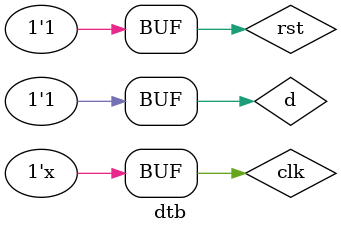
<source format=v>
`timescale 1ns / 1ps


module dtb(

    );
   reg clk,rst,d;
   wire q,qb;
   dff d1(q,qb,d,clk,rst);
   initial clk=0;
   always
   #5 clk=~clk;
   initial
   begin
   rst=1;d=0;
   #10 rst=0;
   #10 d=1;
   #10 rst=1;
   end  
endmodule

</source>
